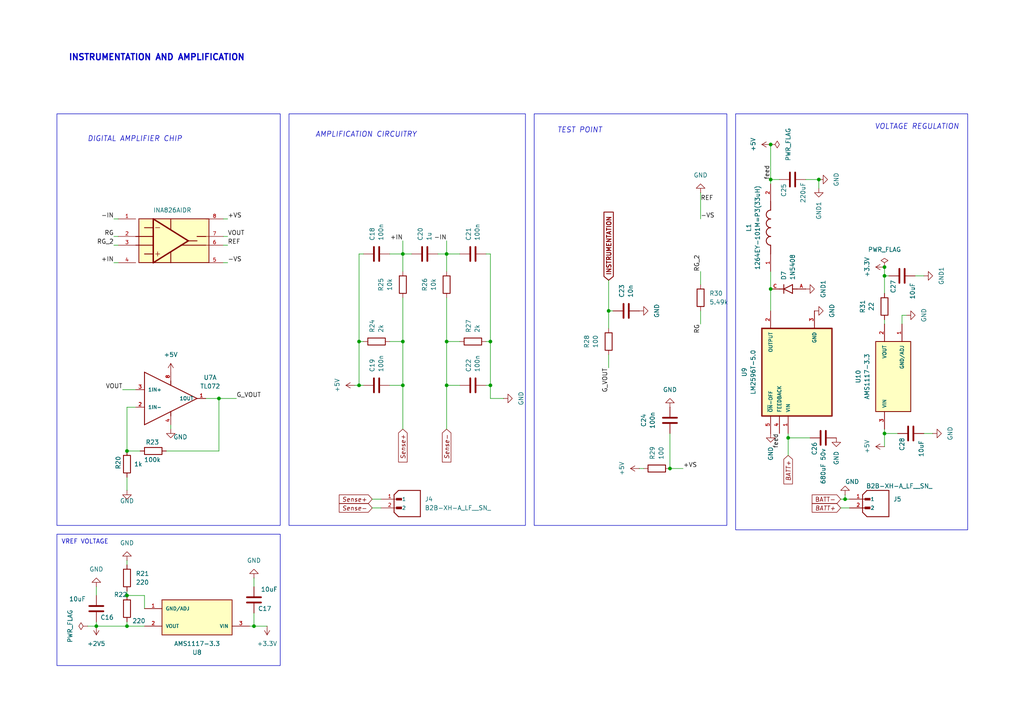
<source format=kicad_sch>
(kicad_sch (version 20250114) (generator "eeschema") (generator_version "9.0")
  (paper "A4")
  (lib_symbols
    (symbol "1264EY-101M_P3-mmms:1264EY-101M=P3" (pin_names (offset 1.016))
      (property "Reference" "L" (at -10.16 7.62 0))
      (property "Value" "1264EY-101M=P3" (at -10.16 5.08 0))
      (symbol "1264EY-101M=P3_0_0"
        (polyline (pts (xy -5.08 0) (xy -7.62 0)) (stroke (width 0.254)))
        (arc (start -5.08 0) (mid -3.81 1.2645) (end -2.54 0) (stroke (width 0.254)))
        (arc (start -2.54 0) (mid -1.27 1.2645) (end 0 0) (stroke (width 0.254)))
        (arc (start 0 0) (mid 1.27 1.2645) (end 2.54 0) (stroke (width 0.254)))
        (arc (start 2.54 0) (mid 3.81 1.2645) (end 5.08 0) (stroke (width 0.254)))
        (polyline (pts (xy 5.08 0) (xy 7.62 0)) (stroke (width 0.254)))
        (pin passive line (at -12.7 0 0) (length 5.08) (name "~") (number "1"))
        (pin passive line (at 12.7 0 180) (length 5.08) (name "~") (number "2"))
      )
    )
    (symbol "1N5408-mmms:1N5408" (pin_names (offset 1.016))
      (property "Reference" "D" (at -5.08 2.54 0))
      (property "Value" "1N5408" (at -5.08 -3.81 0))
      (symbol "1N5408_0_0"
        (polyline (pts (xy -2.54 0) (xy -1.27 0)) (stroke (width 0.254)))
        (polyline (pts (xy -1.27 1.27) (xy -1.27 0)) (stroke (width 0.254)))
        (polyline (pts (xy -1.27 0) (xy -1.27 -1.27)) (stroke (width 0.254)))
        (polyline (pts (xy -1.27 -1.27) (xy 1.27 0)) (stroke (width 0.254)))
        (polyline (pts (xy 1.27 1.27) (xy 1.27 0)) (stroke (width 0.254)))
        (polyline (pts (xy 1.27 0) (xy -1.27 1.27)) (stroke (width 0.254)))
        (polyline (pts (xy 1.27 0) (xy 1.27 -1.27)) (stroke (width 0.254)))
        (polyline (pts (xy 1.27 0) (xy 2.54 0)) (stroke (width 0.254)))
        (pin passive line (at -5.08 0 0) (length 2.54) (name "~") (number "A"))
        (pin passive line (at 5.08 0 180) (length 2.54) (name "~") (number "C"))
      )
    )
    (symbol "AMS1117-3.3-mmms:AMS1117-3.3" (pin_names (offset 1.016))
      (property "Reference" "U" (at -10.16 5.588 0))
      (property "Value" "AMS1117-3.3" (at -10.16 -8.128 0))
      (symbol "AMS1117-3.3_0_0"
        (rectangle (start -10.16 -5.08) (end 10.16 5.08) (stroke (width 0.254)) (fill (type background)))
        (pin input line (at -15.24 2.54 0) (length 5.08) (name "VIN") (number "3"))
        (pin output line (at 15.24 2.54 180) (length 5.08) (name "VOUT") (number "2"))
        (pin power_in line (at 15.24 -2.54 180) (length 5.08) (name "GND/ADJ") (number "1"))
      )
    )
    (symbol "B2B-XH-A_LF__SN_:B2B-XH-A_LF__SN_" (pin_names (offset 1.016))
      (property "Reference" "J" (at -2.54 6.35 0))
      (property "Value" "B2B-XH-A_LF__SN_" (at -2.54 -5.08 0))
      (symbol "B2B-XH-A_LF__SN__0_0"
        (polyline (pts (xy -3.81 3.81) (xy -3.81 -1.27)) (stroke (width 0.254)))
        (polyline (pts (xy -3.81 3.81) (xy -2.54 5.08)) (stroke (width 0.254)))
        (polyline (pts (xy -3.81 -1.27) (xy -2.54 -2.54)) (stroke (width 0.254)))
        (rectangle (start -3.175 2.2225) (end -1.5875 2.8575) (stroke (width 0.1)) (fill (type outline)))
        (rectangle (start -3.175 -0.3175) (end -1.5875 0.3175) (stroke (width 0.1)) (fill (type outline)))
        (polyline (pts (xy -2.54 -2.54) (xy 3.81 -2.54)) (stroke (width 0.254)))
        (polyline (pts (xy 3.81 5.08) (xy -2.54 5.08)) (stroke (width 0.254)))
        (polyline (pts (xy 3.81 -2.54) (xy 3.81 5.08)) (stroke (width 0.254)))
        (pin passive line (at -7.62 2.54 0) (length 5.08) (name "1") (number "1"))
        (pin passive line (at -7.62 0 0) (length 5.08) (name "2") (number "2"))
      )
    )
    (symbol "Device:C" (pin_numbers (hide yes)) (pin_names (offset 0.254))
      (property "Reference" "C" (at 0.635 2.54 0))
      (property "Value" "C" (at 0.635 -2.54 0))
      (symbol "C_0_1"
        (polyline (pts (xy -2.032 0.762) (xy 2.032 0.762)) (stroke (width 0.508)))
        (polyline (pts (xy -2.032 -0.762) (xy 2.032 -0.762)) (stroke (width 0.508)))
      )
      (symbol "C_1_1"
        (pin passive line (at 0 3.81 270) (length 2.794) (name "~") (number "1"))
        (pin passive line (at 0 -3.81 90) (length 2.794) (name "~") (number "2"))
      )
    )
    (symbol "Device:R" (pin_numbers (hide yes)) (pin_names (offset 0))
      (property "Reference" "R" (at 2.032 0 90))
      (property "Value" "R" (at 0 0 90))
      (symbol "R_0_1"
        (rectangle (start -1.016 -2.54) (end 1.016 2.54) (stroke (width 0.254)))
      )
      (symbol "R_1_1"
        (pin passive line (at 0 3.81 270) (length 1.27) (name "~") (number "1"))
        (pin passive line (at 0 -3.81 90) (length 1.27) (name "~") (number "2"))
      )
    )
    (symbol "INA826AIDR:INA826AIDR" (pin_names (offset 1.016))
      (property "Reference" "U" (at -5.08 10.795 0))
      (property "Value" "INA826AIDR" (at -7.62 -10.16 0))
      (symbol "INA826AIDR_0_0"
        (rectangle (start -6.7056 -5.0546) (end 13.6144 7.6454) (stroke (width 0.254)) (fill (type background)))
        (polyline (pts (xy -2.54 7.62) (xy -2.54 5.08)) (stroke (width 0.4064)))
        (polyline (pts (xy -2.54 5.08) (xy -5.08 5.08)) (stroke (width 0.254)))
        (polyline (pts (xy -2.54 5.08) (xy -2.54 2.54)) (stroke (width 0.4064)))
        (polyline (pts (xy -2.54 2.54) (xy -7.62 2.54)) (stroke (width 0.254)))
        (polyline (pts (xy -2.54 2.54) (xy -2.54 -5.08)) (stroke (width 0.4064)))
        (polyline (pts (xy -2.54 0) (xy -7.62 0)) (stroke (width 0.254)))
        (polyline (pts (xy -2.54 -2.54) (xy -5.08 -2.54)) (stroke (width 0.254)))
        (polyline (pts (xy -2.54 -5.08) (xy 5.588 0)) (stroke (width 0.4064)))
        (polyline (pts (xy -1.905 5.08) (xy -0.635 5.08)) (stroke (width 0.1524)))
        (polyline (pts (xy -1.905 -2.54) (xy -0.635 -2.54)) (stroke (width 0.1524)))
        (polyline (pts (xy -1.27 -1.905) (xy -1.27 -3.175)) (stroke (width 0.1524)))
        (polyline (pts (xy 2.54 4.572) (xy 2.54 7.62)) (stroke (width 0.254)))
        (polyline (pts (xy 2.54 -2.032) (xy 2.54 -5.08)) (stroke (width 0.254)))
        (polyline (pts (xy 5.588 0) (xy 7.62 1.27)) (stroke (width 0.4064)))
        (polyline (pts (xy 5.588 0) (xy 12.7 0)) (stroke (width 0.254)))
        (polyline (pts (xy 7.62 1.27) (xy -2.54 7.62)) (stroke (width 0.4064)))
        (polyline (pts (xy 7.62 1.27) (xy 10.16 1.27)) (stroke (width 0.254)))
        (polyline (pts (xy 10.16 2.54) (xy 12.7 2.54)) (stroke (width 0.254)))
        (pin input line (at -12.7 7.62 0) (length 5.08) (name "~") (number "1"))
        (pin passive line (at -12.7 2.54 0) (length 5.08) (name "~") (number "2"))
        (pin passive line (at -12.7 0 0) (length 5.08) (name "~") (number "3"))
        (pin input line (at -12.7 -5.08 0) (length 5.08) (name "~") (number "4"))
        (pin power_in line (at 17.78 7.62 180) (length 5.08) (name "~") (number "8"))
        (pin output line (at 17.78 2.54 180) (length 5.08) (name "~") (number "7"))
        (pin input line (at 17.78 0 180) (length 5.08) (name "~") (number "6"))
        (pin power_in line (at 17.78 -5.08 180) (length 5.08) (name "~") (number "5"))
      )
    )
    (symbol "LM2596T-5.0-mmms:LM2596T-5.0" (pin_names (offset 1.016))
      (property "Reference" "U" (at -12.7 11.16 0))
      (property "Value" "LM2596T-5.0" (at -12.7 -14.16 0))
      (symbol "LM2596T-5.0_0_0"
        (rectangle (start -12.7 -10.16) (end 12.7 10.16) (stroke (width 0.41)) (fill (type background)))
        (pin input line (at -17.78 7.62 0) (length 5.08) (name "~{ON}-OFF") (number "5"))
        (pin input line (at -17.78 5.08 0) (length 5.08) (name "FEEDBACK") (number "4"))
        (pin input line (at -17.78 2.54 0) (length 5.08) (name "VIN") (number "1"))
        (pin output line (at 17.78 7.62 180) (length 5.08) (name "OUTPUT") (number "2"))
        (pin power_in line (at 17.78 -5.08 180) (length 5.08) (name "GND") (number "3"))
      )
    )
    (symbol "TL072:TL072" (pin_names (offset 1.016))
      (property "Reference" "U" (at 5.0832 6.3566 0))
      (property "Value" "TL072" (at 5.0822 -7.6245 0))
      (symbol "TL072_1_0"
        (polyline (pts (xy -5.08 7.62) (xy -5.08 -7.62)) (stroke (width 0.254)))
        (polyline (pts (xy -5.08 -7.62) (xy 2.54 -3.81)) (stroke (width 0.254)))
        (polyline (pts (xy 2.54 5.08) (xy 2.54 3.81)) (stroke (width 0.254)))
        (polyline (pts (xy 2.54 3.81) (xy -5.08 7.62)) (stroke (width 0.254)))
        (polyline (pts (xy 2.54 -3.81) (xy 2.54 -5.08)) (stroke (width 0.254)))
        (polyline (pts (xy 2.54 -3.81) (xy 10.16 0)) (stroke (width 0.254)))
        (polyline (pts (xy 10.16 0) (xy 2.54 3.81)) (stroke (width 0.254)))
        (pin input line (at -7.62 2.54 0) (length 2.54) (name "1IN+") (number "3"))
        (pin input line (at -7.62 -2.54 0) (length 2.54) (name "1IN-") (number "2"))
        (pin power_in line (at 2.54 7.62 270) (length 2.54) (name "~") (number "8"))
        (pin power_in line (at 2.54 -7.62 90) (length 2.54) (name "~") (number "4"))
        (pin output line (at 12.7 0 180) (length 2.54) (name "1OUT") (number "1"))
      )
      (symbol "TL072_2_0"
        (polyline (pts (xy -5.08 7.62) (xy -5.08 -7.62)) (stroke (width 0.254)))
        (polyline (pts (xy -5.08 -7.62) (xy 10.16 0)) (stroke (width 0.254)))
        (polyline (pts (xy 10.16 0) (xy -5.08 7.62)) (stroke (width 0.254)))
        (pin input line (at -7.62 2.54 0) (length 2.54) (name "2IN+") (number "5"))
        (pin input line (at -7.62 -2.54 0) (length 2.54) (name "2IN-") (number "6"))
        (pin output line (at 12.7 0 180) (length 2.54) (name "2OUT") (number "7"))
      )
    )
    (symbol "power:+2V5" (power) (pin_numbers (hide yes)) (pin_names (offset 0) (hide yes))
      (property "Value" "+2V5" (at 0 3.556 0))
      (symbol "+2V5_0_1"
        (polyline (pts (xy -0.762 1.27) (xy 0 2.54)))
        (polyline (pts (xy 0 2.54) (xy 0.762 1.27)))
        (polyline (pts (xy 0 0) (xy 0 2.54)))
      )
      (symbol "+2V5_1_1"
        (pin power_in line (at 0 0 90) (length 0) (name "~") (number "1"))
      )
    )
    (symbol "power:+3.3V" (power) (pin_numbers (hide yes)) (pin_names (offset 0) (hide yes))
      (property "Value" "+3.3V" (at 0 3.556 0))
      (symbol "+3.3V_0_1"
        (polyline (pts (xy -0.762 1.27) (xy 0 2.54)))
        (polyline (pts (xy 0 2.54) (xy 0.762 1.27)))
        (polyline (pts (xy 0 0) (xy 0 2.54)))
      )
      (symbol "+3.3V_1_1"
        (pin power_in line (at 0 0 90) (length 0) (name "~") (number "1"))
      )
    )
    (symbol "power:+5V" (power) (pin_numbers (hide yes)) (pin_names (offset 0) (hide yes))
      (property "Value" "+5V" (at 0 3.556 0))
      (symbol "+5V_0_1"
        (polyline (pts (xy -0.762 1.27) (xy 0 2.54)))
        (polyline (pts (xy 0 2.54) (xy 0.762 1.27)))
        (polyline (pts (xy 0 0) (xy 0 2.54)))
      )
      (symbol "+5V_1_1"
        (pin power_in line (at 0 0 90) (length 0) (name "~") (number "1"))
      )
    )
    (symbol "power:GND" (power) (pin_numbers (hide yes)) (pin_names (offset 0) (hide yes))
      (property "Value" "GND" (at 0 -3.81 0))
      (symbol "GND_0_1"
        (polyline (pts (xy 0 0) (xy 0 -1.27) (xy 1.27 -1.27) (xy 0 -2.54) (xy -1.27 -1.27) (xy 0 -1.27)))
      )
      (symbol "GND_1_1"
        (pin power_in line (at 0 0 270) (length 0) (name "~") (number "1"))
      )
    )
    (symbol "power:GND1" (power) (pin_numbers (hide yes)) (pin_names (offset 0) (hide yes))
      (property "Value" "GND1" (at 0 -3.81 0))
      (symbol "GND1_0_1"
        (polyline (pts (xy 0 0) (xy 0 -1.27) (xy 1.27 -1.27) (xy 0 -2.54) (xy -1.27 -1.27) (xy 0 -1.27)))
      )
      (symbol "GND1_1_1"
        (pin power_in line (at 0 0 270) (length 0) (name "~") (number "1"))
      )
    )
    (symbol "power:PWR_FLAG" (power) (pin_numbers (hide yes)) (pin_names (offset 0) (hide yes))
      (property "Value" "PWR_FLAG" (at 0 3.81 0))
      (symbol "PWR_FLAG_0_0"
        (pin power_out line (at 0 0 90) (length 0) (name "~") (number "1"))
      )
      (symbol "PWR_FLAG_0_1"
        (polyline (pts (xy 0 0) (xy 0 1.27) (xy -1.016 1.905) (xy 0 2.54) (xy 1.016 1.905) (xy 0 1.27)))
      )
    )
  )
  (rectangle (start 16.51 33.02) (end 81.28 152.4))
  (rectangle (start 83.82 33.02) (end 152.4 152.4))
  (rectangle (start 154.94 33.02) (end 210.82 152.4))
  (rectangle (start 16.51 154.94) (end 81.28 193.04))
  (rectangle (start 213.36 33.02) (end 280.67 153.67))
  (text "VREF VOLTAGE\n" (at 24.638 157.226 0) (effects (font (size 1.27 1.27) (thickness 0.1588))))
  (text "TEST POINT" (at 168.148 37.846 0) (effects (font (size 1.524 1.524) (italic yes))))
  (text "AMPLIFICATION CIRCUITRY" (at 106.172 39.116 0) (effects (font (size 1.524 1.524) (italic yes))))
  (text "DIGITAL AMPLIFIER CHIP" (at 39.116 40.386 0) (effects (font (size 1.524 1.524) (italic yes))))
  (text "VOLTAGE REGULATION" (at 265.938 36.83 0) (effects (font (size 1.524 1.524) (italic yes))))
  (text "INSTRUMENTATION AND AMPLIFICATION" (at 45.466 16.764 0) (effects (font (size 1.778 1.778) (thickness 0.3556) (bold yes))))
  (junction (at 194.31 135.89))
  (junction (at 104.14 99.06))
  (junction (at 63.5 115.57))
  (junction (at 223.52 41.91))
  (junction (at 256.54 77.47))
  (junction (at 116.84 111.76))
  (junction (at 256.54 80.01))
  (junction (at 237.49 52.07))
  (junction (at 142.24 99.06))
  (junction (at 176.53 90.17))
  (junction (at 73.66 181.61))
  (junction (at 116.84 99.06))
  (junction (at 142.24 111.76))
  (junction (at 36.83 181.61))
  (junction (at 228.6 127))
  (junction (at 116.84 73.66))
  (junction (at 36.83 130.81))
  (junction (at 27.94 181.61))
  (junction (at 129.54 111.76))
  (junction (at 129.54 73.66))
  (junction (at 223.52 52.07))
  (junction (at 256.54 125.73))
  (junction (at 245.11 144.78))
  (junction (at 129.54 99.06))
  (junction (at 104.14 111.76))
  (junction (at 36.83 172.72))
  (junction (at 223.52 83.82))
  (wire (pts (xy 198.12 135.89) (xy 194.31 135.89)))
  (wire (pts (xy 116.84 111.76) (xy 113.03 111.76)))
  (wire (pts (xy 245.11 143.51) (xy 245.11 144.78)))
  (wire (pts (xy 73.66 181.61) (xy 72.39 181.61)))
  (wire (pts (xy 107.95 144.78) (xy 110.49 144.78)))
  (wire (pts (xy 243.84 147.32) (xy 246.38 147.32)))
  (wire (pts (xy 33.02 71.12) (xy 34.29 71.12)))
  (wire (pts (xy 107.95 147.32) (xy 110.49 147.32)))
  (wire (pts (xy 104.14 111.76) (xy 104.14 99.06)))
  (wire (pts (xy 116.84 124.46) (xy 116.84 111.76)))
  (wire (pts (xy 36.83 181.61) (xy 41.91 181.61)))
  (wire (pts (xy 223.52 52.07) (xy 226.06 52.07)))
  (wire (pts (xy 63.5 130.81) (xy 63.5 115.57)))
  (wire (pts (xy 203.2 63.5) (xy 203.2 55.88)))
  (wire (pts (xy 176.53 95.25) (xy 176.53 90.17)))
  (wire (pts (xy 36.83 180.34) (xy 36.83 181.61)))
  (wire (pts (xy 133.35 99.06) (xy 129.54 99.06)))
  (wire (pts (xy 256.54 129.54) (xy 256.54 125.73)))
  (wire (pts (xy 265.43 80.01) (xy 267.97 80.01)))
  (wire (pts (xy 203.2 93.98) (xy 203.2 90.17)))
  (wire (pts (xy 73.66 170.18) (xy 73.66 167.64)))
  (wire (pts (xy 194.31 135.89) (xy 194.31 125.73)))
  (wire (pts (xy 116.84 73.66) (xy 119.38 73.66)))
  (wire (pts (xy 256.54 125.73) (xy 260.35 125.73)))
  (wire (pts (xy 105.41 73.66) (xy 104.14 73.66)))
  (wire (pts (xy 223.52 52.07) (xy 223.52 41.91)))
  (wire (pts (xy 33.02 68.58) (xy 34.29 68.58)))
  (wire (pts (xy 116.84 78.74) (xy 116.84 73.66)))
  (wire (pts (xy 129.54 111.76) (xy 133.35 111.76)))
  (wire (pts (xy 36.83 162.56) (xy 36.83 163.83)))
  (wire (pts (xy 256.54 93.98) (xy 256.54 92.71)))
  (wire (pts (xy 256.54 125.73) (xy 256.54 124.46)))
  (wire (pts (xy 246.38 144.78) (xy 245.11 144.78)))
  (wire (pts (xy 102.87 111.76) (xy 104.14 111.76)))
  (wire (pts (xy 129.54 99.06) (xy 129.54 86.36)))
  (wire (pts (xy 113.03 73.66) (xy 116.84 73.66)))
  (wire (pts (xy 142.24 111.76) (xy 142.24 99.06)))
  (wire (pts (xy 261.62 91.44) (xy 261.62 93.98)))
  (wire (pts (xy 228.6 127) (xy 228.6 132.08)))
  (wire (pts (xy 35.56 113.03) (xy 39.37 113.03)))
  (wire (pts (xy 27.94 181.61) (xy 36.83 181.61)))
  (wire (pts (xy 73.66 181.61) (xy 73.66 177.8)))
  (wire (pts (xy 116.84 69.85) (xy 116.84 73.66)))
  (wire (pts (xy 176.53 106.68) (xy 176.53 102.87)))
  (wire (pts (xy 223.52 53.34) (xy 223.52 52.07)))
  (wire (pts (xy 256.54 80.01) (xy 256.54 77.47)))
  (wire (pts (xy 223.52 90.17) (xy 223.52 83.82)))
  (wire (pts (xy 63.5 115.57) (xy 59.69 115.57)))
  (wire (pts (xy 142.24 99.06) (xy 142.24 73.66)))
  (wire (pts (xy 41.91 176.53) (xy 41.91 172.72)))
  (wire (pts (xy 140.97 73.66) (xy 142.24 73.66)))
  (wire (pts (xy 203.2 82.55) (xy 203.2 78.74)))
  (wire (pts (xy 36.83 138.43) (xy 36.83 142.24)))
  (wire (pts (xy 66.04 68.58) (xy 64.77 68.58)))
  (wire (pts (xy 129.54 124.46) (xy 129.54 111.76)))
  (wire (pts (xy 176.53 90.17) (xy 177.8 90.17)))
  (wire (pts (xy 176.53 90.17) (xy 176.53 81.28)))
  (wire (pts (xy 256.54 85.09) (xy 256.54 80.01)))
  (wire (pts (xy 36.83 118.11) (xy 36.83 130.81)))
  (wire (pts (xy 105.41 99.06) (xy 104.14 99.06)))
  (wire (pts (xy 267.97 125.73) (xy 270.51 125.73)))
  (wire (pts (xy 66.04 71.12) (xy 64.77 71.12)))
  (wire (pts (xy 262.89 91.44) (xy 261.62 91.44)))
  (wire (pts (xy 41.91 172.72) (xy 36.83 172.72)))
  (wire (pts (xy 27.94 172.72) (xy 27.94 170.18)))
  (wire (pts (xy 77.47 181.61) (xy 73.66 181.61)))
  (wire (pts (xy 228.6 127) (xy 234.95 127)))
  (wire (pts (xy 142.24 99.06) (xy 140.97 99.06)))
  (wire (pts (xy 142.24 115.57) (xy 142.24 111.76)))
  (wire (pts (xy 129.54 69.85) (xy 129.54 73.66)))
  (wire (pts (xy 127 73.66) (xy 129.54 73.66)))
  (wire (pts (xy 27.94 181.61) (xy 25.4 181.61)))
  (wire (pts (xy 223.52 83.82) (xy 223.52 78.74)))
  (wire (pts (xy 116.84 99.06) (xy 116.84 111.76)))
  (wire (pts (xy 27.94 181.61) (xy 27.94 180.34)))
  (wire (pts (xy 228.6 127) (xy 228.6 125.73)))
  (wire (pts (xy 129.54 78.74) (xy 129.54 73.66)))
  (wire (pts (xy 63.5 115.57) (xy 68.58 115.57)))
  (wire (pts (xy 116.84 99.06) (xy 116.84 86.36)))
  (wire (pts (xy 233.68 52.07) (xy 237.49 52.07)))
  (wire (pts (xy 48.26 130.81) (xy 63.5 130.81)))
  (wire (pts (xy 36.83 130.81) (xy 40.64 130.81)))
  (wire (pts (xy 140.97 111.76) (xy 142.24 111.76)))
  (wire (pts (xy 39.37 118.11) (xy 36.83 118.11)))
  (wire (pts (xy 104.14 111.76) (xy 105.41 111.76)))
  (wire (pts (xy 33.02 63.5) (xy 34.29 63.5)))
  (wire (pts (xy 245.11 144.78) (xy 243.84 144.78)))
  (wire (pts (xy 36.83 171.45) (xy 36.83 172.72)))
  (wire (pts (xy 66.04 63.5) (xy 64.77 63.5)))
  (wire (pts (xy 129.54 73.66) (xy 133.35 73.66)))
  (wire (pts (xy 49.53 123.19) (xy 49.53 124.46)))
  (wire (pts (xy 129.54 111.76) (xy 129.54 99.06)))
  (wire (pts (xy 33.02 76.2) (xy 34.29 76.2)))
  (wire (pts (xy 256.54 80.01) (xy 257.81 80.01)))
  (wire (pts (xy 66.04 76.2) (xy 64.77 76.2)))
  (wire (pts (xy 113.03 99.06) (xy 116.84 99.06)))
  (wire (pts (xy 104.14 99.06) (xy 104.14 73.66)))
  (wire (pts (xy 237.49 52.07) (xy 237.49 54.61)))
  (wire (pts (xy 185.42 135.89) (xy 186.69 135.89)))
  (wire (pts (xy 146.05 115.57) (xy 142.24 115.57)))
  (label "RG_2" (at 33.02 71.12 180))
  (label "VOUT" (at 66.04 68.58 0))
  (label "G_VOUT" (at 176.53 106.68 270))
  (label "VOUT" (at 35.56 113.03 180))
  (label "RG" (at 203.2 93.98 270))
  (label "REF" (at 203.2 58.42 0))
  (label "-VS" (at 203.2 63.5 0))
  (label "+IN" (at 116.84 69.85 180))
  (label "feed" (at 223.52 52.07 90))
  (label "RG" (at 33.02 68.58 180))
  (label "+VS" (at 198.12 135.89 0))
  (label "G_VOUT" (at 68.58 115.57 0))
  (label "+IN" (at 33.02 76.2 180))
  (label "+VS" (at 66.04 63.5 0))
  (label "RG_2" (at 203.2 78.74 90))
  (label "-IN" (at 129.54 69.85 180))
  (label "-VS" (at 66.04 76.2 0))
  (label "-IN" (at 33.02 63.5 180))
  (label "feed" (at 226.06 125.73 270))
  (label "REF" (at 66.04 71.12 0))
  (global_label "BATT+" (shape input) (at 228.6 132.08 270) (effects (font (italic yes))) (property "Intersheetrefs" "${INTERSHEET_REFS}" (effects (hide yes))))
  (global_label "Sense-" (shape input) (at 129.54 124.46 270) (effects (font (italic yes))) (property "Intersheetrefs" "${INTERSHEET_REFS}" (effects (hide yes))))
  (global_label "Sense+" (shape input) (at 116.84 124.46 270) (effects (font (italic yes))) (property "Intersheetrefs" "${INTERSHEET_REFS}" (effects (hide yes))))
  (global_label "BATT-" (shape input) (at 243.84 144.78 180) (property "Intersheetrefs" "${INTERSHEET_REFS}" (effects (hide yes))))
  (global_label "Sense-" (shape input) (at 107.95 147.32 180) (effects (font (italic yes))) (property "Intersheetrefs" "${INTERSHEET_REFS}" (effects (hide yes))))
  (global_label "Sense+" (shape input) (at 107.95 144.78 180) (effects (font (italic yes))) (property "Intersheetrefs" "${INTERSHEET_REFS}" (effects (hide yes))))
  (global_label "INSTRUMENTATION" (shape input) (at 176.53 81.28 90) (effects (font (thickness 0.254) (bold yes))) (property "Intersheetrefs" "${INTERSHEET_REFS}" (effects (hide yes))))
  (global_label "BATT+" (shape input) (at 243.84 147.32 180) (effects (font (italic yes))) (property "Intersheetrefs" "${INTERSHEET_REFS}" (effects (hide yes))))
  (symbol (lib_id "power:GND") (at 73.66 167.64 180) (unit 1)
    (property "Reference" "#PWR042" (effects (hide yes)))
    (property "Value" "GND" (at 73.66 162.56 0))
    (property "Description" "Power symbol creates a global label with name \"GND\" , ground" (effects (hide yes)))
  )
  (symbol (lib_id "power:GND") (at 262.89 91.44 90) (unit 1)
    (property "Reference" "#PWR059" (effects (hide yes)))
    (property "Value" "GND" (at 267.97 91.44 0))
    (property "Description" "Power symbol creates a global label with name \"GND\" , ground" (effects (hide yes)))
  )
  (symbol (lib_id "AMS1117-3.3-mmms:AMS1117-3.3") (at 259.08 109.22 90) (unit 1)
    (property "Reference" "U10" (at 248.92 109.22 0))
    (property "Value" "AMS1117-3.3" (at 251.46 109.22 0))
    (property "Footprint" "footprints:SOT229P700X180-4N-mmms" (effects (hide yes)))
    (property "MF" "Advanced Monolithic Systems" (effects (hide yes)))
    (property "MAXIMUM_PACKAGE_HEIGHT" "1.8 mm" (effects (hide yes)))
    (property "Package" "SOT-223 Seeed Technology" (effects (hide yes)))
    (property "Price" "None" (effects (hide yes)))
    (property "Check_prices" "https://www.snapeda.com/parts/AMS1117-3.3/Advanced+Monolithic+Systems/view-part/?ref=eda" (effects (hide yes)))
    (property "STANDARD" "IPC 7351B" (effects (hide yes)))
    (property "PARTREV" "N/A" (effects (hide yes)))
    (property "SnapEDA_Link" "https://www.snapeda.com/parts/AMS1117-3.3/Advanced+Monolithic+Systems/view-part/?ref=snap" (effects (hide yes)))
    (property "SNAPEDA_PACKAGE_ID" "71280" (effects (hide yes)))
    (property "MP" "AMS1117-3.3" (effects (hide yes)))
    (property "Description_1" "Sot223/Pkg 1-Amp 3.3-Volt Low Drop Out Voltage Regulatator" (effects (hide yes)))
    (property "MANUFACTURER" "Advanced Monolithic Systems" (effects (hide yes)))
    (property "Availability" "Not in stock" (effects (hide yes)))
    (property "SNAPEDA_PN" "AMS1117-3.3" (effects (hide yes)))
  )
  (symbol (lib_id "power:GND") (at 223.52 125.73 0) (unit 1)
    (property "Reference" "#PWR051" (effects (hide yes)))
    (property "Value" "GND" (at 223.5199 129.54 90) (effects (justify right)))
    (property "Description" "Power symbol creates a global label with name \"GND\" , ground" (effects (hide yes)))
  )
  (symbol (lib_id "power:GND") (at 203.2 55.88 180) (unit 1)
    (property "Reference" "#PWR049" (effects (hide yes)))
    (property "Value" "GND" (at 203.2 50.8 0))
    (property "Description" "Power symbol creates a global label with name \"GND\" , ground" (effects (hide yes)))
  )
  (symbol (lib_id "B2B-XH-A_LF__SN_:B2B-XH-A_LF__SN_") (at 118.11 147.32 0) (unit 1)
    (property "Reference" "J4" (at 123.19 144.7799 0) (effects (justify left)))
    (property "Value" "B2B-XH-A_LF__SN_" (at 123.19 147.3199 0) (effects (justify left)))
    (property "Footprint" "ECTmod:JST_B2B-XH-A_LF__SN_" (effects (hide yes)))
    (property "MF" "JST Sales America Inc." (effects (hide yes)))
    (property "MAXIMUM_PACKAGE_HEIGHT" "7 mm" (effects (hide yes)))
    (property "Package" "None" (effects (hide yes)))
    (property "Price" "None" (effects (hide yes)))
    (property "Check_prices" "https://www.snapeda.com/parts/B2B-XH-A(LF)(SN)/JST/view-part/?ref=eda" (effects (hide yes)))
    (property "STANDARD" "Manufacturer Recommendations" (effects (hide yes)))
    (property "PARTREV" "N/A" (effects (hide yes)))
    (property "SnapEDA_Link" "https://www.snapeda.com/parts/B2B-XH-A(LF)(SN)/JST/view-part/?ref=snap" (effects (hide yes)))
    (property "MP" "B2B-XH-A(LF)(SN)" (effects (hide yes)))
    (property "Description_1" "Connector Header Through Hole 2 position 0.098 (2.50mm)" (effects (hide yes)))
    (property "Availability" "In Stock" (effects (hide yes)))
    (property "MANUFACTURER" "JST Sales America Inc." (effects (hide yes)))
  )
  (symbol (lib_id "power:+5V") (at 256.54 129.54 90) (unit 1)
    (property "Reference" "#PWR058" (effects (hide yes)))
    (property "Value" "+5V" (at 251.46 129.54 0))
    (property "Description" "Power symbol creates a global label with name \"+5V\"" (effects (hide yes)))
  )
  (symbol (lib_id "Device:C") (at 181.61 90.17 90) (unit 1)
    (property "Reference" "C23" (at 180.3399 86.36 0) (effects (justify left)))
    (property "Value" "10n" (at 182.8799 86.36 0) (effects (justify left)))
    (property "Footprint" "Capacitor_SMD:C_0603_1608Metric" (effects (hide yes)))
    (property "Description" "Unpolarized capacitor" (effects (hide yes)))
  )
  (symbol (lib_id "Device:C") (at 229.87 52.07 90) (unit 1)
    (property "Reference" "C25" (at 227.33 57.15 0) (effects (justify left)))
    (property "Value" "220uF" (at 232.918 58.928 0) (effects (justify left)))
    (property "Footprint" "Capacitor_THT:CP_Radial_D10.0mm_P5.00mm" (effects (hide yes)))
    (property "Description" "Unpolarized capacitor" (effects (hide yes)))
  )
  (symbol (lib_id "power:PWR_FLAG") (at 223.52 41.91 270) (unit 1)
    (property "Reference" "#FLG06" (effects (hide yes)))
    (property "Value" "PWR_FLAG" (at 228.6 41.91 0))
    (property "Description" "Special symbol for telling ERC where power comes from" (effects (hide yes)))
  )
  (symbol (lib_id "Device:C") (at 109.22 111.76 90) (unit 1)
    (property "Reference" "C19" (at 107.9499 107.95 0) (effects (justify left)))
    (property "Value" "100n" (at 110.4899 107.95 0) (effects (justify left)))
    (property "Footprint" "Capacitor_SMD:C_0603_1608Metric" (effects (hide yes)))
    (property "Description" "Unpolarized capacitor" (effects (hide yes)))
  )
  (symbol (lib_id "AMS1117-3.3-mmms:AMS1117-3.3") (at 57.15 179.07 180) (unit 1)
    (property "Reference" "U8" (at 57.15 189.23 0))
    (property "Value" "AMS1117-3.3" (at 57.15 186.69 0))
    (property "Footprint" "footprints:SOT229P700X180-4N-mmms" (effects (hide yes)))
    (property "MF" "Advanced Monolithic Systems" (effects (hide yes)))
    (property "MAXIMUM_PACKAGE_HEIGHT" "1.8 mm" (effects (hide yes)))
    (property "Package" "SOT-223 Seeed Technology" (effects (hide yes)))
    (property "Price" "None" (effects (hide yes)))
    (property "Check_prices" "https://www.snapeda.com/parts/AMS1117-3.3/Advanced+Monolithic+Systems/view-part/?ref=eda" (effects (hide yes)))
    (property "STANDARD" "IPC 7351B" (effects (hide yes)))
    (property "PARTREV" "N/A" (effects (hide yes)))
    (property "SnapEDA_Link" "https://www.snapeda.com/parts/AMS1117-3.3/Advanced+Monolithic+Systems/view-part/?ref=snap" (effects (hide yes)))
    (property "SNAPEDA_PACKAGE_ID" "71280" (effects (hide yes)))
    (property "MP" "AMS1117-3.3" (effects (hide yes)))
    (property "Description_1" "Sot223/Pkg 1-Amp 3.3-Volt Low Drop Out Voltage Regulatator" (effects (hide yes)))
    (property "MANUFACTURER" "Advanced Monolithic Systems" (effects (hide yes)))
    (property "Availability" "Not in stock" (effects (hide yes)))
    (property "SNAPEDA_PN" "AMS1117-3.3" (effects (hide yes)))
  )
  (symbol (lib_id "power:GND") (at 36.83 142.24 0) (unit 1)
    (property "Reference" "#PWR038" (effects (hide yes)))
    (property "Value" "GND" (at 36.83 145.288 0))
    (property "Description" "Power symbol creates a global label with name \"GND\" , ground" (effects (hide yes)))
  )
  (symbol (lib_id "Device:C") (at 137.16 73.66 90) (unit 1)
    (property "Reference" "C21" (at 135.8899 69.85 0) (effects (justify left)))
    (property "Value" "100n" (at 138.4299 69.85 0) (effects (justify left)))
    (property "Footprint" "Capacitor_SMD:C_0603_1608Metric" (effects (hide yes)))
    (property "Description" "Unpolarized capacitor" (effects (hide yes)))
  )
  (symbol (lib_id "Device:R") (at 176.53 99.06 180) (unit 1)
    (property "Reference" "R28" (at 170.18 99.06 90))
    (property "Value" "100" (at 172.72 99.06 90))
    (property "Footprint" "Resistor_SMD:R_0603_1608Metric" (effects (hide yes)))
    (property "Description" "Resistor" (effects (hide yes)))
  )
  (symbol (lib_id "Device:R") (at 44.45 130.81 90) (unit 1)
    (property "Reference" "R23" (at 44.196 128.27 90))
    (property "Value" "100k" (at 44.196 133.35 90))
    (property "Footprint" "Resistor_SMD:R_0603_1608Metric" (effects (hide yes)))
    (property "Description" "Resistor" (effects (hide yes)))
  )
  (symbol (lib_id "Device:C") (at 261.62 80.01 90) (unit 1)
    (property "Reference" "C27" (at 259.08 85.09 0) (effects (justify left)))
    (property "Value" "10uF" (at 264.668 86.868 0) (effects (justify left)))
    (property "Footprint" "Capacitor_SMD:C_0805_2012Metric" (effects (hide yes)))
    (property "Description" "Unpolarized capacitor" (effects (hide yes)))
  )
  (symbol (lib_id "power:GND") (at 36.83 162.56 180) (unit 1)
    (property "Reference" "#PWR039" (effects (hide yes)))
    (property "Value" "GND" (at 36.83 157.48 0))
    (property "Description" "Power symbol creates a global label with name \"GND\" , ground" (effects (hide yes)))
  )
  (symbol (lib_id "power:GND") (at 27.94 170.18 180) (unit 1)
    (property "Reference" "#PWR036" (effects (hide yes)))
    (property "Value" "GND" (at 27.94 165.1 0))
    (property "Description" "Power symbol creates a global label with name \"GND\" , ground" (effects (hide yes)))
  )
  (symbol (lib_id "Device:C") (at 73.66 173.99 180) (unit 1)
    (property "Reference" "C17" (at 78.74 176.53 0) (effects (justify left)))
    (property "Value" "10uF" (at 80.518 170.942 0) (effects (justify left)))
    (property "Footprint" "Capacitor_SMD:C_0805_2012Metric" (effects (hide yes)))
    (property "Description" "Unpolarized capacitor" (effects (hide yes)))
  )
  (symbol (lib_id "LM2596T-5.0-mmms:LM2596T-5.0") (at 231.14 107.95 90) (unit 1)
    (property "Reference" "U9" (at 215.9 107.95 0))
    (property "Value" "LM2596T-5.0" (at 218.44 107.95 0))
    (property "Footprint" "footprints:TO170P1016X470X2092-5-mmms" (effects (hide yes)))
    (property "MF" "Texas Instruments" (effects (hide yes)))
    (property "Description_1" "SIMPLE SWITCHER® 4.5V to 40V, 3A Low Component Count Step-Down Regulator 5-TO-220" (effects (hide yes)))
    (property "Package" "TO-220-5 Texas Instruments" (effects (hide yes)))
    (property "Price" "None" (effects (hide yes)))
    (property "SnapEDA_Link" "https://www.snapeda.com/parts/LM2596T-5.0/Texas+Instruments/view-part/?ref=snap" (effects (hide yes)))
    (property "MP" "LM2596T-5.0" (effects (hide yes)))
    (property "Availability" "In Stock" (effects (hide yes)))
    (property "Check_prices" "https://www.snapeda.com/parts/LM2596T-5.0/Texas+Instruments/view-part/?ref=eda" (effects (hide yes)))
  )
  (symbol (lib_id "power:GND") (at 242.57 127 0) (unit 1)
    (property "Reference" "#PWR055" (effects (hide yes)))
    (property "Value" "GND" (at 242.5699 130.81 90) (effects (justify right)))
    (property "Description" "Power symbol creates a global label with name \"GND\" , ground" (effects (hide yes)))
  )
  (symbol (lib_id "power:GND") (at 237.49 52.07 90) (unit 1)
    (property "Reference" "#PWR062" (effects (hide yes)))
    (property "Value" "GND" (at 242.57 52.07 0))
    (property "Description" "Power symbol creates a global label with name \"GND\" , ground" (effects (hide yes)))
  )
  (symbol (lib_id "Device:C") (at 109.22 73.66 90) (unit 1)
    (property "Reference" "C18" (at 107.9499 69.85 0) (effects (justify left)))
    (property "Value" "100n" (at 110.4899 69.85 0) (effects (justify left)))
    (property "Footprint" "Capacitor_SMD:C_0603_1608Metric" (effects (hide yes)))
    (property "Description" "Unpolarized capacitor" (effects (hide yes)))
  )
  (symbol (lib_id "TL072:TL072") (at 46.99 115.57 0) (unit 1)
    (property "Reference" "U7" (at 60.96 109.4992 0))
    (property "Value" "TL072" (at 60.96 112.0392 0))
    (property "Footprint" "ECTmod:DIP794W45P254L959H508Q8" (effects (hide yes)))
    (property "MF" "Texas Instruments" (effects (hide yes)))
    (property "Description_1" "Operational Amplifiers - Op Amps Dual Lo-Noise JFET Input Op Amp" (effects (hide yes)))
    (property "Package" "None" (effects (hide yes)))
    (property "Price" "None" (effects (hide yes)))
    (property "STANDARD" "IPC-7351B" (effects (hide yes)))
    (property "PARTREV" "MARCH2005" (effects (hide yes)))
    (property "SnapEDA_Link" "https://www.snapeda.com/parts/TL072/Texas+Instruments/view-part/?ref=snap" (effects (hide yes)))
    (property "MP" "TL072" (effects (hide yes)))
    (property "Availability" "Not in stock" (effects (hide yes)))
    (property "Check_prices" "https://www.snapeda.com/parts/TL072/Texas+Instruments/view-part/?ref=eda" (effects (hide yes)))
  )
  (symbol (lib_id "power:GND") (at 49.53 124.46 0) (unit 1)
    (property "Reference" "#PWR041" (effects (hide yes)))
    (property "Value" "GND" (at 52.324 126.746 0))
    (property "Description" "Power symbol creates a global label with name \"GND\" , ground" (effects (hide yes)))
  )
  (symbol (lib_id "Device:R") (at 203.2 86.36 180) (unit 1)
    (property "Reference" "R30" (at 205.74 85.0899 0) (effects (justify right)))
    (property "Value" "5.49k" (at 205.74 87.6299 0) (effects (justify right)))
    (property "Footprint" "Resistor_SMD:R_0603_1608Metric" (effects (hide yes)))
    (property "Description" "Resistor" (effects (hide yes)))
  )
  (symbol (lib_id "Device:R") (at 36.83 134.62 0) (unit 1)
    (property "Reference" "R20" (at 34.29 136.144 90) (effects (justify left)))
    (property "Value" "1k" (at 38.862 134.62 0) (effects (justify left)))
    (property "Footprint" "Resistor_SMD:R_0603_1608Metric" (effects (hide yes)))
    (property "Description" "Resistor" (effects (hide yes)))
  )
  (symbol (lib_id "Device:R") (at 36.83 176.53 0) (unit 1)
    (property "Reference" "R22" (at 33.02 172.466 0) (effects (justify left)))
    (property "Value" "220" (at 38.354 180.086 0) (effects (justify left)))
    (property "Footprint" "Resistor_SMD:R_0201_0603Metric" (effects (hide yes)))
  )
  (symbol (lib_id "power:GND1") (at 237.49 54.61 0) (unit 1)
    (property "Reference" "#PWR054" (effects (hide yes)))
    (property "Value" "GND1" (at 237.4899 58.42 90) (effects (justify right)))
    (property "Description" "Power symbol creates a global label with name \"GND1\" , ground" (effects (hide yes)))
  )
  (symbol (lib_id "Device:C") (at 27.94 176.53 180) (unit 1)
    (property "Reference" "C16" (at 33.02 179.07 0) (effects (justify left)))
    (property "Value" "10uF" (at 24.892 173.736 0) (effects (justify left)))
    (property "Footprint" "Capacitor_SMD:C_0805_2012Metric" (effects (hide yes)))
    (property "Description" "Unpolarized capacitor" (effects (hide yes)))
  )
  (symbol (lib_id "INA826AIDR:INA826AIDR") (at 46.99 71.12 0) (unit 1)
    (property "Reference" "U6" (effects (hide yes)))
    (property "Value" "INA826AIDR" (at 49.9872 60.96 0))
    (property "Footprint" "ECTmod:SOIC127P599X175-8N" (effects (hide yes)))
    (property "MF" "Texas Instruments" (effects (hide yes)))
    (property "MAXIMUM_PACKAGE_HEIGHT" "1.75mm" (effects (hide yes)))
    (property "Package" "SOIC-8 Texas Instruments" (effects (hide yes)))
    (property "Price" "None" (effects (hide yes)))
    (property "Check_prices" "https://www.snapeda.com/parts/INA826AIDR/Texas+Instruments/view-part/?ref=eda" (effects (hide yes)))
    (property "STANDARD" "IPC-7351B" (effects (hide yes)))
    (property "PARTREV" "G" (effects (hide yes)))
    (property "SnapEDA_Link" "https://www.snapeda.com/parts/INA826AIDR/Texas+Instruments/view-part/?ref=snap" (effects (hide yes)))
    (property "MP" "INA826AIDR" (effects (hide yes)))
    (property "Description_1" "Precision, 200-μA Supply Current, 36-V Supply Instrumentation Amplifier" (effects (hide yes)))
    (property "Availability" "In Stock" (effects (hide yes)))
    (property "MANUFACTURER" "Texas Instruments" (effects (hide yes)))
  )
  (symbol (lib_id "power:+3.3V") (at 256.54 77.47 90) (unit 1)
    (property "Reference" "#PWR057" (effects (hide yes)))
    (property "Value" "+3.3V" (at 251.46 77.47 0))
    (property "Description" "Power symbol creates a global label with name \"+3.3V\"" (effects (hide yes)))
  )
  (symbol (lib_id "Device:R") (at 129.54 82.55 180) (unit 1)
    (property "Reference" "R26" (at 123.19 82.55 90))
    (property "Value" "10k" (at 125.73 82.55 90))
    (property "Footprint" "Resistor_SMD:R_0603_1608Metric" (effects (hide yes)))
    (property "Description" "Resistor" (effects (hide yes)))
  )
  (symbol (lib_id "power:GND1") (at 233.68 83.82 90) (unit 1)
    (property "Reference" "#PWR052" (effects (hide yes)))
    (property "Value" "GND1" (at 238.76 83.82 0))
    (property "Description" "Power symbol creates a global label with name \"GND1\" , ground" (effects (hide yes)))
  )
  (symbol (lib_id "power:+3.3V") (at 77.47 181.61 180) (unit 1)
    (property "Reference" "#PWR043" (effects (hide yes)))
    (property "Value" "+3.3V" (at 77.47 186.69 0))
    (property "Description" "Power symbol creates a global label with name \"+3.3V\"" (effects (hide yes)))
  )
  (symbol (lib_id "Device:R") (at 137.16 99.06 90) (unit 1)
    (property "Reference" "R27" (at 135.8899 96.52 0) (effects (justify left)))
    (property "Value" "2k" (at 138.4299 96.52 0) (effects (justify left)))
    (property "Footprint" "Resistor_SMD:R_0603_1608Metric" (effects (hide yes)))
    (property "Description" "Resistor" (effects (hide yes)))
  )
  (symbol (lib_id "power:PWR_FLAG") (at 256.54 77.47 0) (unit 1)
    (property "Reference" "#FLG07" (effects (hide yes)))
    (property "Value" "PWR_FLAG" (at 256.54 72.39 0))
    (property "Description" "Special symbol for telling ERC where power comes from" (effects (hide yes)))
  )
  (symbol (lib_id "Device:C") (at 123.19 73.66 90) (unit 1)
    (property "Reference" "C20" (at 121.9199 69.85 0) (effects (justify left)))
    (property "Value" "1u" (at 124.4599 69.85 0) (effects (justify left)))
    (property "Footprint" "Capacitor_SMD:C_0603_1608Metric" (effects (hide yes)))
    (property "Description" "Unpolarized capacitor" (effects (hide yes)))
  )
  (symbol (lib_id "1264EY-101M_P3-mmms:1264EY-101M=P3") (at 223.52 66.04 90) (unit 1)
    (property "Reference" "L1" (at 217.17 66.04 0))
    (property "Value" "1264EY-101M=P3(33uH)" (at 219.71 66.04 0))
    (property "Footprint" "footprints:IND_1264EY-101M=P3-mmms" (effects (hide yes)))
    (property "MF" "Murata" (effects (hide yes)))
    (property "MAXIMUM_PACKAGE_HEIGHT" "5mm" (effects (hide yes)))
    (property "Package" "NONSTANDARD" (effects (hide yes)))
    (property "Price" "None" (effects (hide yes)))
    (property "Check_prices" "https://www.snapeda.com/parts/1264EY-101M=P3/Murata/view-part/?ref=eda" (effects (hide yes)))
    (property "STANDARD" "Manufacturer Recommendations" (effects (hide yes)))
    (property "PARTREV" "N/A" (effects (hide yes)))
    (property "SnapEDA_Link" "https://www.snapeda.com/parts/1264EY-101M=P3/Murata/view-part/?ref=snap" (effects (hide yes)))
    (property "MP" "1264EY-101M=P3" (effects (hide yes)))
    (property "Description_1" "Inductor with Inductance: 100uH Tol. +/-20%, Package: 2424 (6060)" (effects (hide yes)))
    (property "Availability" "In Stock" (effects (hide yes)))
    (property "MANUFACTURER" "Murata" (effects (hide yes)))
  )
  (symbol (lib_id "B2B-XH-A_LF__SN_:B2B-XH-A_LF__SN_") (at 254 147.32 0) (unit 1)
    (property "Reference" "J5" (at 259.08 144.7799 0) (effects (justify left)))
    (property "Value" "B2B-XH-A_LF__SN_" (at 251.206 140.97 0) (effects (justify left)))
    (property "Footprint" "ECTmod:JST_B2B-XH-A_LF__SN_" (effects (hide yes)))
    (property "MF" "JST Sales America Inc." (effects (hide yes)))
    (property "MAXIMUM_PACKAGE_HEIGHT" "7 mm" (effects (hide yes)))
    (property "Package" "None" (effects (hide yes)))
    (property "Price" "None" (effects (hide yes)))
    (property "Check_prices" "https://www.snapeda.com/parts/B2B-XH-A(LF)(SN)/JST/view-part/?ref=eda" (effects (hide yes)))
    (property "STANDARD" "Manufacturer Recommendations" (effects (hide yes)))
    (property "PARTREV" "N/A" (effects (hide yes)))
    (property "SnapEDA_Link" "https://www.snapeda.com/parts/B2B-XH-A(LF)(SN)/JST/view-part/?ref=snap" (effects (hide yes)))
    (property "MP" "B2B-XH-A(LF)(SN)" (effects (hide yes)))
    (property "Description_1" "Connector Header Through Hole 2 position 0.098 (2.50mm)" (effects (hide yes)))
    (property "Availability" "In Stock" (effects (hide yes)))
    (property "MANUFACTURER" "JST Sales America Inc." (effects (hide yes)))
  )
  (symbol (lib_id "power:GND") (at 194.31 118.11 180) (unit 1)
    (property "Reference" "#PWR048" (effects (hide yes)))
    (property "Value" "GND" (at 194.31 113.03 0))
    (property "Description" "Power symbol creates a global label with name \"GND\" , ground" (effects (hide yes)))
  )
  (symbol (lib_id "Device:R") (at 116.84 82.55 180) (unit 1)
    (property "Reference" "R25" (at 110.49 82.55 90))
    (property "Value" "10k" (at 113.03 82.55 90))
    (property "Footprint" "Resistor_SMD:R_0603_1608Metric" (effects (hide yes)))
    (property "Description" "Resistor" (effects (hide yes)))
  )
  (symbol (lib_id "Device:C") (at 238.76 127 90) (unit 1)
    (property "Reference" "C26" (at 236.22 132.08 0) (effects (justify left)))
    (property "Value" "680uF 50v" (at 238.76 140.462 0) (effects (justify left)))
    (property "Footprint" "Capacitor_SMD:C_0805_2012Metric" (effects (hide yes)))
    (property "Description" "Unpolarized capacitor" (effects (hide yes)))
  )
  (symbol (lib_id "power:+5V") (at 49.53 107.95 0) (unit 1)
    (property "Reference" "#PWR040" (effects (hide yes)))
    (property "Value" "+5V" (at 49.53 102.87 0))
    (property "Description" "Power symbol creates a global label with name \"+5V\"" (effects (hide yes)))
  )
  (symbol (lib_id "Device:C") (at 137.16 111.76 90) (unit 1)
    (property "Reference" "C22" (at 135.8899 107.95 0) (effects (justify left)))
    (property "Value" "100n" (at 138.4299 107.95 0) (effects (justify left)))
    (property "Footprint" "Capacitor_SMD:C_0603_1608Metric" (effects (hide yes)))
    (property "Description" "Unpolarized capacitor" (effects (hide yes)))
  )
  (symbol (lib_id "power:GND") (at 146.05 115.57 90) (unit 1)
    (property "Reference" "#PWR045" (effects (hide yes)))
    (property "Value" "GND" (at 151.13 115.57 0))
    (property "Description" "Power symbol creates a global label with name \"GND\" , ground" (effects (hide yes)))
  )
  (symbol (lib_id "power:+5V") (at 102.87 111.76 90) (unit 1)
    (property "Reference" "#PWR044" (effects (hide yes)))
    (property "Value" "+5V" (at 97.79 111.76 0))
    (property "Description" "Power symbol creates a global label with name \"+5V\"" (effects (hide yes)))
  )
  (symbol (lib_id "1N5408-mmms:1N5408") (at 228.6 83.82 180) (unit 1)
    (property "Reference" "D7" (at 227.3299 81.28 90) (effects (justify right)))
    (property "Value" "1N5408" (at 229.8699 81.28 90) (effects (justify right)))
    (property "Footprint" "footprints:DIOAD2006W127L950D530-mmms" (effects (hide yes)))
    (property "MF" "ON Semiconductor" (effects (hide yes)))
    (property "MAXIMUM_PACKAGE_HEIGHT" "5.30mm" (effects (hide yes)))
    (property "Package" "AXIAL LEAD-2 ON Semiconductor" (effects (hide yes)))
    (property "Price" "None" (effects (hide yes)))
    (property "Check_prices" "https://www.snapeda.com/parts/1N5408/Onsemi/view-part/?ref=eda" (effects (hide yes)))
    (property "STANDARD" "IPC 7351B" (effects (hide yes)))
    (property "PARTREV" "01" (effects (hide yes)))
    (property "SnapEDA_Link" "https://www.snapeda.com/parts/1N5408/Onsemi/view-part/?ref=snap" (effects (hide yes)))
    (property "MP" "1N5408" (effects (hide yes)))
    (property "Description_1" "Standard Power Diode, Single, 1 kV, 3 A, 710 mV, 200 A, 150 C" (effects (hide yes)))
    (property "Availability" "In Stock" (effects (hide yes)))
    (property "MANUFACTURER" "Vishay" (effects (hide yes)))
  )
  (symbol (lib_id "Device:R") (at 190.5 135.89 270) (unit 1)
    (property "Reference" "R29" (at 189.2299 133.35 0) (effects (justify right)))
    (property "Value" "100" (at 191.7699 133.35 0) (effects (justify right)))
    (property "Footprint" "Resistor_SMD:R_0603_1608Metric" (effects (hide yes)))
    (property "Description" "Resistor" (effects (hide yes)))
  )
  (symbol (lib_id "Device:R") (at 36.83 167.64 0) (unit 1)
    (property "Reference" "R21" (at 39.37 166.3699 0) (effects (justify left)))
    (property "Value" "220" (at 39.37 168.9099 0) (effects (justify left)))
    (property "Footprint" "Resistor_SMD:R_0201_0603Metric" (effects (hide yes)))
  )
  (symbol (lib_id "power:GND") (at 245.11 143.51 180) (unit 1)
    (property "Reference" "#PWR056" (effects (hide yes)))
    (property "Value" "GND" (at 245.1101 139.7 0) (effects (justify right)))
    (property "Description" "Power symbol creates a global label with name \"GND\" , ground" (effects (hide yes)))
  )
  (symbol (lib_id "power:+2V5") (at 27.94 181.61 180) (unit 1)
    (property "Reference" "#PWR037" (effects (hide yes)))
    (property "Value" "+2V5" (at 27.94 186.69 0))
    (property "Description" "Power symbol creates a global label with name \"+2V5\"" (effects (hide yes)))
  )
  (symbol (lib_id "power:+5V") (at 223.52 41.91 90) (unit 1)
    (property "Reference" "#PWR050" (effects (hide yes)))
    (property "Value" "+5V" (at 218.44 41.91 0))
    (property "Description" "Power symbol creates a global label with name \"+5V\"" (effects (hide yes)))
  )
  (symbol (lib_id "Device:C") (at 194.31 121.92 180) (unit 1)
    (property "Reference" "C24" (at 186.69 121.92 90))
    (property "Value" "100n" (at 189.23 121.92 90))
    (property "Footprint" "Capacitor_SMD:C_0603_1608Metric" (effects (hide yes)))
    (property "Description" "Unpolarized capacitor" (effects (hide yes)))
  )
  (symbol (lib_id "power:GND") (at 185.42 90.17 90) (unit 1)
    (property "Reference" "#PWR046" (effects (hide yes)))
    (property "Value" "GND" (at 190.5 90.17 0))
    (property "Description" "Power symbol creates a global label with name \"GND\" , ground" (effects (hide yes)))
  )
  (symbol (lib_id "power:GND1") (at 267.97 80.01 90) (unit 1)
    (property "Reference" "#PWR060" (effects (hide yes)))
    (property "Value" "GND1" (at 273.05 80.01 0))
    (property "Description" "Power symbol creates a global label with name \"GND1\" , ground" (effects (hide yes)))
  )
  (symbol (lib_id "power:PWR_FLAG") (at 25.4 181.61 90) (unit 1)
    (property "Reference" "#FLG05" (effects (hide yes)))
    (property "Value" "PWR_FLAG" (at 20.32 181.61 0))
    (property "Description" "Special symbol for telling ERC where power comes from" (effects (hide yes)))
  )
  (symbol (lib_id "power:GND") (at 270.51 125.73 90) (unit 1)
    (property "Reference" "#PWR061" (effects (hide yes)))
    (property "Value" "GND" (at 275.59 125.73 0))
    (property "Description" "Power symbol creates a global label with name \"GND\" , ground" (effects (hide yes)))
  )
  (symbol (lib_id "power:+5V") (at 185.42 135.89 90) (unit 1)
    (property "Reference" "#PWR047" (effects (hide yes)))
    (property "Value" "+5V" (at 180.34 135.89 0))
    (property "Description" "Power symbol creates a global label with name \"+5V\"" (effects (hide yes)))
  )
  (symbol (lib_id "power:GND") (at 236.22 90.17 90) (unit 1)
    (property "Reference" "#PWR053" (effects (hide yes)))
    (property "Value" "GND" (at 241.3 90.17 0))
    (property "Description" "Power symbol creates a global label with name \"GND\" , ground" (effects (hide yes)))
  )
  (symbol (lib_id "Device:R") (at 109.22 99.06 90) (unit 1)
    (property "Reference" "R24" (at 107.9499 96.52 0) (effects (justify left)))
    (property "Value" "2k" (at 110.4899 96.52 0) (effects (justify left)))
    (property "Footprint" "Resistor_SMD:R_0603_1608Metric" (effects (hide yes)))
    (property "Description" "Resistor" (effects (hide yes)))
  )
  (symbol (lib_id "Device:C") (at 264.16 125.73 90) (unit 1)
    (property "Reference" "C28" (at 261.62 130.81 0) (effects (justify left)))
    (property "Value" "10uF" (at 267.208 132.588 0) (effects (justify left)))
    (property "Footprint" "Capacitor_SMD:C_0805_2012Metric" (effects (hide yes)))
    (property "Description" "Unpolarized capacitor" (effects (hide yes)))
  )
  (symbol (lib_id "Device:R") (at 256.54 88.9 180) (unit 1)
    (property "Reference" "R31" (at 250.19 88.9 90))
    (property "Value" "22" (at 252.73 88.9 90))
    (property "Footprint" "Resistor_SMD:R_0201_0603Metric" (effects (hide yes)))
  )
)
</source>
